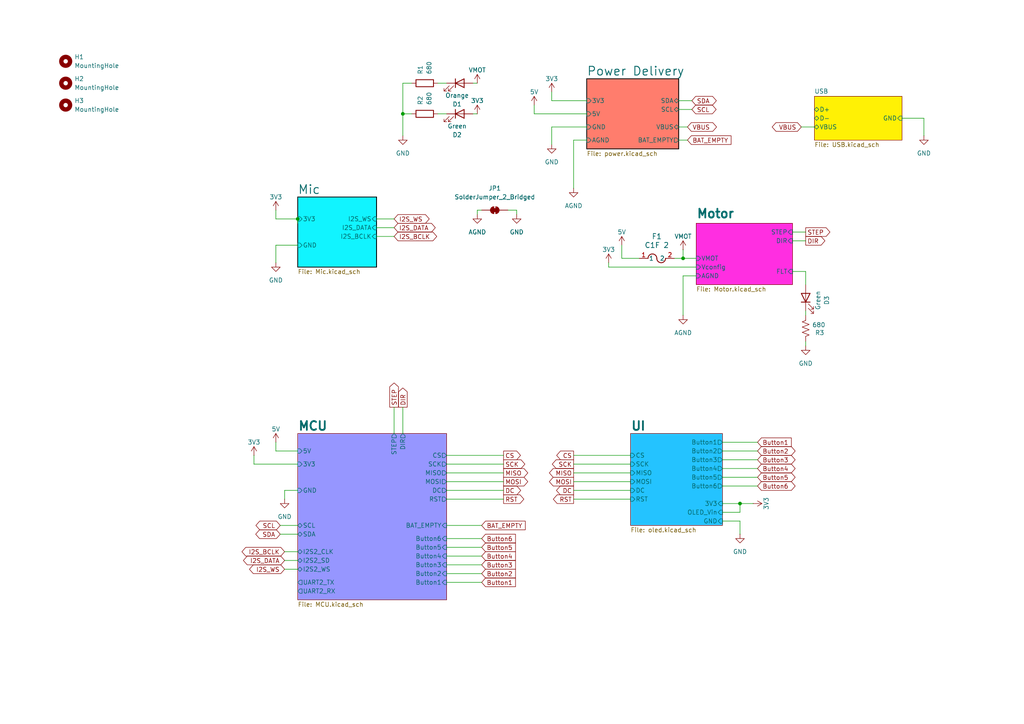
<source format=kicad_sch>
(kicad_sch (version 20231120) (generator "eeschema") (generator_version "8.0")
  (paper "A4")
  (lib_symbols
    (symbol "GT_LIbrary:C1F_2" (pin_names (offset 0.254))
      (property "Reference" "U" (at 5.08 3.175 0))
      (property "Value" "C1F 2" (at 5.08 -3.175 0))
      (symbol "C1F_2_0_1"
        (arc (start 5.08 0) (mid 3.81 1.2645) (end 2.54 0) (stroke (width 0.254)))
        (arc (start 5.08 0) (mid 6.35 -1.2645) (end 7.62 0) (stroke (width 0.254)))
        (pin unspecified line (at 0 0 0) (length 2.54) (name "1") (number "1"))
        (pin unspecified line (at 10.16 0 180) (length 2.54) (name "2") (number "2"))
      )
    )
    (symbol "GT_LIbrary:GND" (power) (pin_numbers hide) (pin_names (offset 0) hide)
      (property "Value" "GND" (at 0 -3.81 0))
      (symbol "GND_0_1"
        (polyline (pts (xy 0 0) (xy 0 -1.27) (xy 1.27 -1.27) (xy 0 -2.54) (xy -1.27 -1.27) (xy 0 -1.27)))
      )
      (symbol "GND_1_1"
        (pin power_in line (at 0 0 270) (length 0) (name "~") (number "1"))
      )
    )
    (symbol "GT_LIbrary:LED" (pin_numbers hide) (pin_names (offset 1.016) hide)
      (property "Reference" "D" (at 0 2.54 0))
      (property "Value" "LED" (at 0 -2.54 0))
      (symbol "LED_0_1"
        (polyline (pts (xy -1.27 -1.27) (xy -1.27 1.27)) (stroke (width 0.254)))
        (polyline (pts (xy -1.27 0) (xy 1.27 0)))
        (polyline (pts (xy 1.27 -1.27) (xy 1.27 1.27) (xy -1.27 0) (xy 1.27 -1.27)) (stroke (width 0.254)))
        (polyline (pts (xy -3.048 -0.762) (xy -4.572 -2.286) (xy -3.81 -2.286) (xy -4.572 -2.286) (xy -4.572 -1.524)))
        (polyline (pts (xy -1.778 -0.762) (xy -3.302 -2.286) (xy -2.54 -2.286) (xy -3.302 -2.286) (xy -3.302 -1.524)))
      )
      (symbol "LED_1_1"
        (pin passive line (at -3.81 0 0) (length 2.54) (name "K") (number "1"))
        (pin passive line (at 3.81 0 180) (length 2.54) (name "A") (number "2"))
      )
    )
    (symbol "GT_LIbrary:MountingHole" (pin_names (offset 1.016)) (exclude_from_sim yes) (in_bom no)
      (property "Reference" "H" (at 0 5.08 0))
      (property "Value" "MountingHole" (at 0 3.175 0))
      (symbol "MountingHole_0_1"
        (circle (center 0 0) (radius 1.27) (stroke (width 1.27)))
      )
    )
    (symbol "GT_LIbrary:R" (pin_numbers hide) (pin_names (offset 0))
      (property "Reference" "R" (at 2.032 0 90))
      (property "Value" "R" (at 0 0 90))
      (symbol "R_0_1"
        (rectangle (start -1.016 -2.54) (end 1.016 2.54) (stroke (width 0.254)))
      )
      (symbol "R_1_1"
        (pin passive line (at 0 3.81 270) (length 1.27) (name "~") (number "1"))
        (pin passive line (at 0 -3.81 90) (length 1.27) (name "~") (number "2"))
      )
    )
    (symbol "GT_LIbrary:R_US" (pin_numbers hide) (pin_names (offset 0))
      (property "Reference" "R" (at 2.54 0 90))
      (property "Value" "R_US" (at -2.54 0 90))
      (symbol "R_US_0_1"
        (polyline (pts (xy 0 -2.286) (xy 0 -2.54)))
        (polyline (pts (xy 0 2.286) (xy 0 2.54)))
        (polyline (pts (xy 0 -0.762) (xy 1.016 -1.143) (xy 0 -1.524) (xy -1.016 -1.905) (xy 0 -2.286)))
        (polyline (pts (xy 0 0.762) (xy 1.016 0.381) (xy 0 0) (xy -1.016 -0.381) (xy 0 -0.762)))
        (polyline (pts (xy 0 2.286) (xy 1.016 1.905) (xy 0 1.524) (xy -1.016 1.143) (xy 0 0.762)))
      )
      (symbol "R_US_1_1"
        (pin passive line (at 0 3.81 270) (length 1.27) (name "~") (number "1"))
        (pin passive line (at 0 -3.81 90) (length 1.27) (name "~") (number "2"))
      )
    )
    (symbol "GT_LIbrary:SolderJumper_2_Bridged" (pin_numbers hide) (pin_names (offset 0) hide) (exclude_from_sim yes) (in_bom no)
      (property "Reference" "JP" (at 0 2.032 0))
      (property "Value" "SolderJumper_2_Bridged" (at 0 -2.54 0))
      (symbol "SolderJumper_2_Bridged_0_1"
        (rectangle (start -0.508 0.508) (end 0.508 -0.508) (fill (type outline)))
        (arc (start -0.254 1.016) (mid -1.2656 0) (end -0.254 -1.016))
        (arc (start -0.254 1.016) (mid -1.2656 0) (end -0.254 -1.016) (fill (type outline)))
        (polyline (pts (xy -0.254 1.016) (xy -0.254 -1.016)))
        (polyline (pts (xy 0.254 1.016) (xy 0.254 -1.016)))
        (arc (start 0.254 -1.016) (mid 1.2656 0) (end 0.254 1.016))
        (arc (start 0.254 -1.016) (mid 1.2656 0) (end 0.254 1.016) (fill (type outline)))
      )
      (symbol "SolderJumper_2_Bridged_1_1"
        (pin passive line (at -3.81 0 0) (length 2.54) (name "A") (number "1"))
        (pin passive line (at 3.81 0 180) (length 2.54) (name "B") (number "2"))
      )
    )
    (symbol "GT_LIbrary:VCC" (power) (pin_numbers hide) (pin_names (offset 0) hide)
      (property "Value" "VCC" (at 0 3.556 0))
      (symbol "VCC_0_1"
        (polyline (pts (xy -0.762 1.27) (xy 0 2.54)))
        (polyline (pts (xy 0 0) (xy 0 2.54)))
        (polyline (pts (xy 0 2.54) (xy 0.762 1.27)))
      )
      (symbol "VCC_1_1"
        (pin power_in line (at 0 0 90) (length 0) (name "~") (number "1"))
      )
    )
  )
  (junction (at 86.36 63.5))
  (junction (at 116.84 33.02))
  (junction (at 214.63 146.05))
  (junction (at 198.12 74.93))
  (wire (pts (xy 200.66 31.75) (xy 196.85 31.75)))
  (wire (pts (xy 198.12 72.39) (xy 198.12 74.93)))
  (wire (pts (xy 149.86 60.96) (xy 147.32 60.96)))
  (wire (pts (xy 129.54 163.83) (xy 139.7 163.83)))
  (wire (pts (xy 160.02 36.83) (xy 170.18 36.83)))
  (wire (pts (xy 209.55 133.35) (xy 219.71 133.35)))
  (wire (pts (xy 109.22 68.58) (xy 114.3 68.58)))
  (wire (pts (xy 214.63 151.13) (xy 209.55 151.13)))
  (wire (pts (xy 214.63 148.59) (xy 214.63 146.05)))
  (wire (pts (xy 198.12 80.01) (xy 198.12 91.44)))
  (wire (pts (xy 129.54 139.7) (xy 146.05 139.7)))
  (wire (pts (xy 160.02 36.83) (xy 160.02 41.91)))
  (wire (pts (xy 185.42 74.93) (xy 180.34 74.93)))
  (wire (pts (xy 73.66 134.62) (xy 73.66 132.08)))
  (wire (pts (xy 214.63 146.05) (xy 218.44 146.05)))
  (wire (pts (xy 233.68 69.85) (xy 229.87 69.85)))
  (wire (pts (xy 137.16 24.13) (xy 138.43 24.13)))
  (wire (pts (xy 182.88 137.16) (xy 166.37 137.16)))
  (wire (pts (xy 182.88 134.62) (xy 166.37 134.62)))
  (wire (pts (xy 214.63 154.94) (xy 214.63 151.13)))
  (wire (pts (xy 182.88 139.7) (xy 166.37 139.7)))
  (wire (pts (xy 137.16 33.02) (xy 138.43 33.02)))
  (wire (pts (xy 209.55 148.59) (xy 214.63 148.59)))
  (wire (pts (xy 129.54 158.75) (xy 139.7 158.75)))
  (wire (pts (xy 198.12 74.93) (xy 201.93 74.93)))
  (wire (pts (xy 232.41 36.83) (xy 236.22 36.83)))
  (wire (pts (xy 116.84 118.11) (xy 116.84 125.73)))
  (wire (pts (xy 119.38 33.02) (xy 116.84 33.02)))
  (wire (pts (xy 80.01 60.96) (xy 80.01 63.5)))
  (wire (pts (xy 229.87 78.74) (xy 233.68 78.74)))
  (wire (pts (xy 233.68 99.06) (xy 233.68 100.33)))
  (wire (pts (xy 80.01 130.81) (xy 80.01 128.27)))
  (wire (pts (xy 80.01 63.5) (xy 86.36 63.5)))
  (wire (pts (xy 233.68 78.74) (xy 233.68 82.55)))
  (wire (pts (xy 160.02 29.21) (xy 170.18 29.21)))
  (wire (pts (xy 209.55 146.05) (xy 214.63 146.05)))
  (wire (pts (xy 129.54 134.62) (xy 146.05 134.62)))
  (wire (pts (xy 233.68 90.17) (xy 233.68 91.44)))
  (wire (pts (xy 86.36 142.24) (xy 82.55 142.24)))
  (wire (pts (xy 82.55 160.02) (xy 86.36 160.02)))
  (wire (pts (xy 82.55 162.56) (xy 86.36 162.56)))
  (wire (pts (xy 109.22 66.04) (xy 114.3 66.04)))
  (wire (pts (xy 195.58 74.93) (xy 198.12 74.93)))
  (wire (pts (xy 86.36 134.62) (xy 73.66 134.62)))
  (wire (pts (xy 86.36 71.12) (xy 80.01 71.12)))
  (wire (pts (xy 267.97 34.29) (xy 267.97 39.37)))
  (wire (pts (xy 129.54 161.29) (xy 139.7 161.29)))
  (wire (pts (xy 160.02 26.67) (xy 160.02 29.21)))
  (wire (pts (xy 182.88 132.08) (xy 166.37 132.08)))
  (wire (pts (xy 166.37 40.64) (xy 170.18 40.64)))
  (wire (pts (xy 81.28 152.4) (xy 86.36 152.4)))
  (wire (pts (xy 233.68 67.31) (xy 229.87 67.31)))
  (wire (pts (xy 199.39 36.83) (xy 196.85 36.83)))
  (wire (pts (xy 129.54 132.08) (xy 146.05 132.08)))
  (wire (pts (xy 201.93 77.47) (xy 176.53 77.47)))
  (wire (pts (xy 129.54 142.24) (xy 146.05 142.24)))
  (wire (pts (xy 199.39 40.64) (xy 196.85 40.64)))
  (wire (pts (xy 129.54 156.21) (xy 139.7 156.21)))
  (wire (pts (xy 209.55 130.81) (xy 219.71 130.81)))
  (wire (pts (xy 200.66 29.21) (xy 196.85 29.21)))
  (wire (pts (xy 201.93 80.01) (xy 198.12 80.01)))
  (wire (pts (xy 129.54 137.16) (xy 146.05 137.16)))
  (wire (pts (xy 116.84 24.13) (xy 116.84 33.02)))
  (wire (pts (xy 82.55 165.1) (xy 86.36 165.1)))
  (wire (pts (xy 86.36 130.81) (xy 80.01 130.81)))
  (wire (pts (xy 129.54 168.91) (xy 139.7 168.91)))
  (wire (pts (xy 154.94 33.02) (xy 170.18 33.02)))
  (wire (pts (xy 176.53 77.47) (xy 176.53 76.2)))
  (wire (pts (xy 129.54 152.4) (xy 139.7 152.4)))
  (wire (pts (xy 209.55 138.43) (xy 219.71 138.43)))
  (wire (pts (xy 149.86 62.23) (xy 149.86 60.96)))
  (wire (pts (xy 209.55 140.97) (xy 219.71 140.97)))
  (wire (pts (xy 81.28 154.94) (xy 86.36 154.94)))
  (wire (pts (xy 114.3 118.11) (xy 114.3 125.73)))
  (wire (pts (xy 166.37 40.64) (xy 166.37 54.61)))
  (wire (pts (xy 154.94 33.02) (xy 154.94 30.48)))
  (wire (pts (xy 80.01 71.12) (xy 80.01 76.2)))
  (wire (pts (xy 129.54 33.02) (xy 127 33.02)))
  (wire (pts (xy 182.88 142.24) (xy 166.37 142.24)))
  (wire (pts (xy 109.22 63.5) (xy 114.3 63.5)))
  (wire (pts (xy 209.55 135.89) (xy 219.71 135.89)))
  (wire (pts (xy 138.43 60.96) (xy 138.43 62.23)))
  (wire (pts (xy 182.88 144.78) (xy 166.37 144.78)))
  (wire (pts (xy 180.34 74.93) (xy 180.34 71.12)))
  (wire (pts (xy 139.7 60.96) (xy 138.43 60.96)))
  (wire (pts (xy 82.55 142.24) (xy 82.55 144.78)))
  (wire (pts (xy 119.38 24.13) (xy 116.84 24.13)))
  (wire (pts (xy 261.62 34.29) (xy 267.97 34.29)))
  (wire (pts (xy 86.36 63.5) (xy 86.36 64.77)))
  (wire (pts (xy 129.54 144.78) (xy 146.05 144.78)))
  (wire (pts (xy 209.55 128.27) (xy 219.71 128.27)))
  (wire (pts (xy 129.54 166.37) (xy 139.7 166.37)))
  (wire (pts (xy 129.54 24.13) (xy 127 24.13)))
  (wire (pts (xy 116.84 33.02) (xy 116.84 39.37)))
  (global_label "Button3" (shape input) (at 139.7 163.83 0) (property "Intersheetrefs" "${INTERSHEET_REFS}" (effects (hide yes))))
  (global_label "I2S_WS" (shape bidirectional) (at 114.3 63.5 0) (property "Intersheetrefs" "${INTERSHEET_REFS}" (effects (hide yes))))
  (global_label "SCK" (shape output) (at 166.37 134.62 180) (property "Intersheetrefs" "${INTERSHEET_REFS}" (effects (hide yes))))
  (global_label "I2S_DATA" (shape bidirectional) (at 114.3 66.04 0) (property "Intersheetrefs" "${INTERSHEET_REFS}" (effects (hide yes))))
  (global_label "VBUS" (shape bidirectional) (at 199.39 36.83 0) (property "Intersheetrefs" "${INTERSHEET_REFS}" (effects (hide yes))))
  (global_label "RST" (shape output) (at 166.37 144.78 180) (property "Intersheetrefs" "${INTERSHEET_REFS}" (effects (hide yes))))
  (global_label "SCL" (shape bidirectional) (at 81.28 152.4 180) (property "Intersheetrefs" "${INTERSHEET_REFS}" (effects (hide yes))))
  (global_label "STEP" (shape output) (at 233.68 67.31 0) (property "Intersheetrefs" "${INTERSHEET_REFS}" (effects (hide yes))))
  (global_label "SDA" (shape bidirectional) (at 200.66 29.21 0) (property "Intersheetrefs" "${INTERSHEET_REFS}" (effects (hide yes))))
  (global_label "CS" (shape output) (at 146.05 132.08 0) (property "Intersheetrefs" "${INTERSHEET_REFS}" (effects (hide yes))))
  (global_label "CS" (shape output) (at 166.37 132.08 180) (property "Intersheetrefs" "${INTERSHEET_REFS}" (effects (hide yes))))
  (global_label "Button6" (shape bidirectional) (at 219.71 140.97 0) (property "Intersheetrefs" "${INTERSHEET_REFS}" (effects (hide yes))))
  (global_label "MISO" (shape output) (at 146.05 137.16 0) (property "Intersheetrefs" "${INTERSHEET_REFS}" (effects (hide yes))))
  (global_label "I2S_DATA" (shape bidirectional) (at 82.55 162.56 180) (property "Intersheetrefs" "${INTERSHEET_REFS}" (effects (hide yes))))
  (global_label "Button3" (shape bidirectional) (at 219.71 133.35 0) (property "Intersheetrefs" "${INTERSHEET_REFS}" (effects (hide yes))))
  (global_label "I2S_WS" (shape bidirectional) (at 82.55 165.1 180) (property "Intersheetrefs" "${INTERSHEET_REFS}" (effects (hide yes))))
  (global_label "Button5" (shape bidirectional) (at 219.71 138.43 0) (property "Intersheetrefs" "${INTERSHEET_REFS}" (effects (hide yes))))
  (global_label "Button2" (shape bidirectional) (at 219.71 130.81 0) (property "Intersheetrefs" "${INTERSHEET_REFS}" (effects (hide yes))))
  (global_label "Button5" (shape input) (at 139.7 158.75 0) (property "Intersheetrefs" "${INTERSHEET_REFS}" (effects (hide yes))))
  (global_label "DIR" (shape output) (at 116.84 118.11 90) (property "Intersheetrefs" "${INTERSHEET_REFS}" (effects (hide yes))))
  (global_label "DC" (shape output) (at 146.05 142.24 0) (property "Intersheetrefs" "${INTERSHEET_REFS}" (effects (hide yes))))
  (global_label "VBUS" (shape bidirectional) (at 232.41 36.83 180) (property "Intersheetrefs" "${INTERSHEET_REFS}" (effects (hide yes))))
  (global_label "I2S_BCLK" (shape bidirectional) (at 82.55 160.02 180) (property "Intersheetrefs" "${INTERSHEET_REFS}" (effects (hide yes))))
  (global_label "Button4" (shape bidirectional) (at 219.71 135.89 0) (property "Intersheetrefs" "${INTERSHEET_REFS}" (effects (hide yes))))
  (global_label "DIR" (shape output) (at 233.68 69.85 0) (property "Intersheetrefs" "${INTERSHEET_REFS}" (effects (hide yes))))
  (global_label "Button1" (shape input) (at 219.71 128.27 0) (property "Intersheetrefs" "${INTERSHEET_REFS}" (effects (hide yes))))
  (global_label "Button6" (shape input) (at 139.7 156.21 0) (property "Intersheetrefs" "${INTERSHEET_REFS}" (effects (hide yes))))
  (global_label "MISO" (shape output) (at 166.37 137.16 180) (property "Intersheetrefs" "${INTERSHEET_REFS}" (effects (hide yes))))
  (global_label "BAT_EMPTY" (shape input) (at 139.7 152.4 0) (property "Intersheetrefs" "${INTERSHEET_REFS}" (effects (hide yes))))
  (global_label "SCK" (shape output) (at 146.05 134.62 0) (property "Intersheetrefs" "${INTERSHEET_REFS}" (effects (hide yes))))
  (global_label "Button1" (shape input) (at 139.7 168.91 0) (property "Intersheetrefs" "${INTERSHEET_REFS}" (effects (hide yes))))
  (global_label "Button4" (shape input) (at 139.7 161.29 0) (property "Intersheetrefs" "${INTERSHEET_REFS}" (effects (hide yes))))
  (global_label "BAT_EMPTY" (shape input) (at 199.39 40.64 0) (property "Intersheetrefs" "${INTERSHEET_REFS}" (effects (hide yes))))
  (global_label "MOSI" (shape output) (at 146.05 139.7 0) (property "Intersheetrefs" "${INTERSHEET_REFS}" (effects (hide yes))))
  (global_label "MOSI" (shape output) (at 166.37 139.7 180) (property "Intersheetrefs" "${INTERSHEET_REFS}" (effects (hide yes))))
  (global_label "STEP" (shape output) (at 114.3 118.11 90) (property "Intersheetrefs" "${INTERSHEET_REFS}" (effects (hide yes))))
  (global_label "DC" (shape output) (at 166.37 142.24 180) (property "Intersheetrefs" "${INTERSHEET_REFS}" (effects (hide yes))))
  (global_label "RST" (shape output) (at 146.05 144.78 0) (property "Intersheetrefs" "${INTERSHEET_REFS}" (effects (hide yes))))
  (global_label "I2S_BCLK" (shape bidirectional) (at 114.3 68.58 0) (property "Intersheetrefs" "${INTERSHEET_REFS}" (effects (hide yes))))
  (global_label "SCL" (shape bidirectional) (at 200.66 31.75 0) (property "Intersheetrefs" "${INTERSHEET_REFS}" (effects (hide yes))))
  (global_label "SDA" (shape bidirectional) (at 81.28 154.94 180) (property "Intersheetrefs" "${INTERSHEET_REFS}" (effects (hide yes))))
  (global_label "Button2" (shape input) (at 139.7 166.37 0) (property "Intersheetrefs" "${INTERSHEET_REFS}" (effects (hide yes))))
  (symbol (lib_id "GT_LIbrary:GND") (at 82.55 144.78 0) (unit 1)
    (property "Reference" "#PWR05" (effects (hide yes)))
    (property "Value" "GND" (at 82.55 149.86 0))
    (property "Description" "Power symbol creates a global label with name \"GND\" , ground" (effects (hide yes)))
  )
  (symbol (lib_id "GT_LIbrary:GND") (at 149.86 62.23 0) (unit 1)
    (property "Reference" "#PWR010" (effects (hide yes)))
    (property "Value" "GND" (at 149.86 67.31 0))
    (property "Description" "Power symbol creates a global label with name \"GND\" , ground" (effects (hide yes)))
  )
  (symbol (lib_id "GT_LIbrary:VCC") (at 154.94 30.48 0) (unit 1)
    (property "Reference" "#PWR011" (effects (hide yes)))
    (property "Value" "5V" (at 154.94 26.67 0))
    (property "Description" "Power symbol creates a global label with name \"VCC\"" (effects (hide yes)))
  )
  (symbol (lib_id "GT_LIbrary:R") (at 123.19 24.13 90) (unit 1)
    (property "Reference" "R1" (at 121.9199 21.59 0) (effects (justify left)))
    (property "Value" "680" (at 124.4599 21.59 0) (effects (justify left)))
    (property "Footprint" "Resistor_SMD:R_0805_2012Metric" (effects (hide yes)))
    (property "Description" "Resistor" (effects (hide yes)))
  )
  (symbol (lib_id "GT_LIbrary:C1F_2") (at 185.42 74.93 0) (unit 1)
    (property "Reference" "F1" (at 190.5 68.58 0) (effects (font (size 1.524 1.524))))
    (property "Value" "C1F 2" (at 190.5 71.12 0) (effects (font (size 1.524 1.524))))
    (property "Footprint" "C1_BEL" (effects (hide yes)))
    (property "Datasheet" "C1F 2" (effects (hide yes)))
    (property "MFP" "C1F 2 (CA0612KRX7R7BB104)" (effects (hide yes)))
  )
  (symbol (lib_id "GT_LIbrary:VCC") (at 73.66 132.08 0) (unit 1)
    (property "Reference" "#PWR01" (effects (hide yes)))
    (property "Value" "3V3" (at 73.66 128.27 0))
    (property "Description" "Power symbol creates a global label with name \"VCC\"" (effects (hide yes)))
  )
  (symbol (lib_id "GT_LIbrary:GND") (at 160.02 41.91 0) (unit 1)
    (property "Reference" "#PWR013" (effects (hide yes)))
    (property "Value" "GND" (at 160.02 46.99 0))
    (property "Description" "Power symbol creates a global label with name \"GND\" , ground" (effects (hide yes)))
  )
  (symbol (lib_id "GT_LIbrary:SolderJumper_2_Bridged") (at 143.51 60.96 0) (unit 1) (exclude_from_sim yes) (in_bom no)
    (property "Reference" "JP1" (at 143.51 54.61 0))
    (property "Value" "SolderJumper_2_Bridged" (at 143.51 57.15 0))
    (property "Footprint" "Jumper:SolderJumper-2_P1.3mm_Bridged2Bar_RoundedPad1.0x1.5mm" (effects (hide yes)))
    (property "Description" "Solder Jumper, 2-pole, closed/bridged" (effects (hide yes)))
    (property "MFP" "N/A" (effects (hide yes)))
  )
  (symbol (lib_id "GT_LIbrary:VCC") (at 80.01 128.27 0) (unit 1)
    (property "Reference" "#PWR04" (effects (hide yes)))
    (property "Value" "5V" (at 80.01 124.46 0))
    (property "Description" "Power symbol creates a global label with name \"VCC\"" (effects (hide yes)))
  )
  (symbol (lib_id "GT_LIbrary:GND") (at 233.68 100.33 0) (unit 1)
    (property "Reference" "#PWR021" (effects (hide yes)))
    (property "Value" "GND" (at 233.68 105.41 0))
    (property "Description" "Power symbol creates a global label with name \"GND\" , ground" (effects (hide yes)))
  )
  (symbol (lib_id "GT_LIbrary:LED") (at 133.35 24.13 0) (unit 1)
    (property "Reference" "D1" (at 132.588 30.226 0))
    (property "Value" "Orange" (at 132.588 27.686 0))
    (property "Footprint" "LED_0805_2012Metric_Pad1.15x1.40mm_HandSolder" (effects (hide yes)))
    (property "Description" "Light emitting diode" (effects (hide yes)))
  )
  (symbol (lib_id "GT_LIbrary:LED") (at 233.68 86.36 90) (unit 1)
    (property "Reference" "D3" (at 239.776 87.122 0))
    (property "Value" "Green" (at 237.236 87.122 0))
    (property "Footprint" "LED_0805_2012Metric_Pad1.15x1.40mm_HandSolder" (effects (hide yes)))
    (property "Description" "Light emitting diode" (effects (hide yes)))
  )
  (symbol (lib_id "GT_LIbrary:LED") (at 133.35 33.02 0) (unit 1)
    (property "Reference" "D2" (at 132.588 39.116 0))
    (property "Value" "Green" (at 132.588 36.576 0))
    (property "Footprint" "LED_0805_2012Metric_Pad1.15x1.40mm_HandSolder" (effects (hide yes)))
    (property "Description" "Light emitting diode" (effects (hide yes)))
  )
  (symbol (lib_id "GT_LIbrary:R") (at 123.19 33.02 90) (unit 1)
    (property "Reference" "R2" (at 121.9199 30.48 0) (effects (justify left)))
    (property "Value" "680" (at 124.4599 30.48 0) (effects (justify left)))
    (property "Footprint" "Resistor_SMD:R_0805_2012Metric" (effects (hide yes)))
    (property "Description" "Resistor" (effects (hide yes)))
  )
  (symbol (lib_id "GT_LIbrary:MountingHole") (at 19.05 30.48 0) (unit 1) (exclude_from_sim yes) (in_bom no)
    (property "Reference" "H3" (at 21.59 29.2099 0) (effects (justify left)))
    (property "Value" "MountingHole" (at 21.59 31.7499 0) (effects (justify left)))
    (property "Footprint" "MountingHole:MountingHole_2.2mm_M2_DIN965_Pad_TopOnly" (effects (hide yes)))
    (property "Description" "Mounting Hole without connection" (effects (hide yes)))
    (property "MFP" "N/A" (effects (hide yes)))
  )
  (symbol (lib_id "GT_LIbrary:VCC") (at 176.53 76.2 0) (unit 1)
    (property "Reference" "#PWR015" (effects (hide yes)))
    (property "Value" "3V3" (at 176.53 72.39 0))
    (property "Description" "Power symbol creates a global label with name \"VCC\"" (effects (hide yes)))
  )
  (symbol (lib_id "GT_LIbrary:GND") (at 214.63 154.94 0) (unit 1)
    (property "Reference" "#PWR019" (effects (hide yes)))
    (property "Value" "GND" (at 214.63 160.02 0))
    (property "Description" "Power symbol creates a global label with name \"GND\" , ground" (effects (hide yes)))
  )
  (symbol (lib_id "GT_LIbrary:VCC") (at 138.43 33.02 0) (unit 1)
    (property "Reference" "#PWR08" (effects (hide yes)))
    (property "Value" "3V3" (at 138.43 29.21 0))
    (property "Description" "Power symbol creates a global label with name \"VCC\"" (effects (hide yes)))
  )
  (symbol (lib_id "GT_LIbrary:MountingHole") (at 19.05 17.78 0) (unit 1) (exclude_from_sim yes) (in_bom no)
    (property "Reference" "H1" (at 21.59 16.5099 0) (effects (justify left)))
    (property "Value" "MountingHole" (at 21.59 19.0499 0) (effects (justify left)))
    (property "Footprint" "MountingHole:MountingHole_2.2mm_M2_DIN965_Pad_TopOnly" (effects (hide yes)))
    (property "Description" "Mounting Hole without connection" (effects (hide yes)))
    (property "MFP" "N/A" (effects (hide yes)))
  )
  (symbol (lib_id "GT_LIbrary:VCC") (at 180.34 71.12 0) (unit 1)
    (property "Reference" "#PWR016" (effects (hide yes)))
    (property "Value" "5V" (at 180.34 67.31 0))
    (property "Description" "Power symbol creates a global label with name \"VCC\"" (effects (hide yes)))
  )
  (symbol (lib_id "GT_LIbrary:GND") (at 267.97 39.37 0) (unit 1)
    (property "Reference" "#PWR026" (effects (hide yes)))
    (property "Value" "GND" (at 267.97 44.45 0))
    (property "Description" "Power symbol creates a global label with name \"GND\" , ground" (effects (hide yes)))
  )
  (symbol (lib_id "GT_LIbrary:R_US") (at 233.68 95.25 0) (mirror y) (unit 1)
    (property "Reference" "R3" (at 237.744 96.52 0))
    (property "Value" "680" (at 237.49 94.234 0))
    (property "Footprint" "Resistor_SMD:R_0805_2012Metric" (effects (hide yes)))
    (property "Description" "Resistor, US symbol" (effects (hide yes)))
  )
  (symbol (lib_id "GT_LIbrary:GND") (at 116.84 39.37 0) (unit 1)
    (property "Reference" "#PWR06" (effects (hide yes)))
    (property "Value" "GND" (at 116.84 44.45 0))
    (property "Description" "Power symbol creates a global label with name \"GND\" , ground" (effects (hide yes)))
  )
  (symbol (lib_id "GT_LIbrary:VCC") (at 218.44 146.05 270) (unit 1)
    (property "Reference" "#PWR020" (effects (hide yes)))
    (property "Value" "3V3" (at 222.25 146.05 0))
    (property "Description" "Power symbol creates a global label with name \"VCC\"" (effects (hide yes)))
  )
  (symbol (lib_id "GT_LIbrary:MountingHole") (at 19.05 24.13 0) (unit 1) (exclude_from_sim yes) (in_bom no)
    (property "Reference" "H2" (at 21.59 22.8599 0) (effects (justify left)))
    (property "Value" "MountingHole" (at 21.59 25.3999 0) (effects (justify left)))
    (property "Footprint" "MountingHole:MountingHole_2.2mm_M2_DIN965_Pad_TopOnly" (effects (hide yes)))
    (property "Description" "Mounting Hole without connection" (effects (hide yes)))
    (property "MFP" "N/A" (effects (hide yes)))
  )
  (symbol (lib_id "GT_LIbrary:GND") (at 198.12 91.44 0) (unit 1)
    (property "Reference" "#PWR018" (effects (hide yes)))
    (property "Value" "AGND" (at 198.12 96.52 0))
    (property "Description" "Power symbol creates a global label with name \"GND\" , ground" (effects (hide yes)))
  )
  (symbol (lib_id "GT_LIbrary:VCC") (at 138.43 24.13 0) (unit 1)
    (property "Reference" "#PWR07" (effects (hide yes)))
    (property "Value" "VMOT" (at 138.43 20.32 0))
    (property "Description" "Power symbol creates a global label with name \"VCC\"" (effects (hide yes)))
  )
  (symbol (lib_id "GT_LIbrary:GND") (at 166.37 54.61 0) (unit 1)
    (property "Reference" "#PWR014" (effects (hide yes)))
    (property "Value" "AGND" (at 166.37 59.69 0))
    (property "Description" "Power symbol creates a global label with name \"GND\" , ground" (effects (hide yes)))
  )
  (symbol (lib_id "GT_LIbrary:GND") (at 138.43 62.23 0) (unit 1)
    (property "Reference" "#PWR09" (effects (hide yes)))
    (property "Value" "AGND" (at 138.43 67.31 0))
    (property "Description" "Power symbol creates a global label with name \"GND\" , ground" (effects (hide yes)))
  )
  (symbol (lib_id "GT_LIbrary:GND") (at 80.01 76.2 0) (unit 1)
    (property "Reference" "#PWR03" (effects (hide yes)))
    (property "Value" "GND" (at 80.01 81.28 0))
    (property "Description" "Power symbol creates a global label with name \"GND\" , ground" (effects (hide yes)))
  )
  (symbol (lib_id "GT_LIbrary:VCC") (at 80.01 60.96 0) (unit 1)
    (property "Reference" "#PWR02" (effects (hide yes)))
    (property "Value" "3V3" (at 80.01 57.15 0))
    (property "Description" "Power symbol creates a global label with name \"VCC\"" (effects (hide yes)))
  )
  (symbol (lib_id "GT_LIbrary:VCC") (at 198.12 72.39 0) (unit 1)
    (property "Reference" "#PWR017" (effects (hide yes)))
    (property "Value" "VMOT" (at 198.12 68.58 0))
    (property "Description" "Power symbol creates a global label with name \"VCC\"" (effects (hide yes)))
  )
  (symbol (lib_id "GT_LIbrary:VCC") (at 160.02 26.67 0) (unit 1)
    (property "Reference" "#PWR012" (effects (hide yes)))
    (property "Value" "3V3" (at 160.02 22.86 0))
    (property "Description" "Power symbol creates a global label with name \"VCC\"" (effects (hide yes)))
  )
  (sheet (at 236.22 27.94) (size 25.4 12.7) (stroke (width 0.1524)) (fill (color 255 241 5 1.0000))
    (property "Sheetname" "USB" (at 236.22 27.2284 0) (effects (justify left bottom)))
    (property "Sheetfile" "USB.kicad_sch" (at 236.22 41.2246 0) (effects (justify left top)))
    (pin "VBUS" bidirectional (at 236.22 36.83 180))
    (pin "D-" bidirectional (at 236.22 34.29 180))
    (pin "D+" bidirectional (at 236.22 31.75 180))
    (pin "GND" input (at 261.62 34.29 0))
  )
  (sheet (at 182.88 125.73) (size 26.67 26.67) (stroke (width 0.1524)) (fill (color 36 195 255 1.0000))
    (property "Sheetname" "UI" (at 182.88 125.0184 0) (effects (font (size 2.54 2.54) (thickness 0.508) (bold yes)) (justify left bottom)))
    (property "Sheetfile" "oled.kicad_sch" (at 182.88 152.9846 0) (effects (justify left top)))
    (pin "Button6" output (at 209.55 140.97 0))
    (pin "Button5" output (at 209.55 138.43 0))
    (pin "Button1" output (at 209.55 128.27 0))
    (pin "MISO" input (at 182.88 137.16 180))
    (pin "MOSI" input (at 182.88 139.7 180))
    (pin "RST" input (at 182.88 144.78 180))
    (pin "DC" input (at 182.88 142.24 180))
    (pin "SCK" input (at 182.88 134.62 180))
    (pin "GND" input (at 209.55 151.13 0))
    (pin "3V3" input (at 209.55 146.05 0))
    (pin "CS" input (at 182.88 132.08 180))
    (pin "Button2" output (at 209.55 130.81 0))
    (pin "Button3" output (at 209.55 133.35 0))
    (pin "Button4" output (at 209.55 135.89 0))
    (pin "OLED_Vin" input (at 209.55 148.59 0))
  )
  (sheet (at 201.93 64.77) (size 27.94 17.78) (stroke (width 0.1524)) (fill (color 255 46 225 1.0000))
    (property "Sheetname" "Motor" (at 201.93 63.4234 0) (effects (font (size 2.54 2.54) (thickness 0.508) (bold yes)) (justify left bottom)))
    (property "Sheetfile" "Motor.kicad_sch" (at 201.93 83.1346 0) (effects (justify left top)))
    (pin "STEP" input (at 229.87 67.31 0))
    (pin "DIR" input (at 229.87 69.85 0))
    (pin "VMOT" input (at 201.93 74.93 180))
    (pin "AGND" input (at 201.93 80.01 180))
    (pin "Vconfig" input (at 201.93 77.47 180))
    (pin "FLT" input (at 229.87 78.74 0))
  )
  (sheet (at 86.36 57.15) (size 22.86 20.32) (stroke (width 0.254) (color 0 0 0 1)) (fill (color 17 244 255 1.0000))
    (property "Sheetname" "Mic" (at 86.36 56.4384 0) (effects (font (size 2.54 2.54) (thickness 0.254) (bold yes)) (justify left bottom)))
    (property "Sheetfile" "Mic.kicad_sch" (at 86.36 78.0546 0) (effects (justify left top)))
    (pin "I2S_WS" input (at 109.22 63.5 0))
    (pin "I2S_DATA" input (at 109.22 66.04 0))
    (pin "I2S_BCLK" input (at 109.22 68.58 0))
    (pin "GND" input (at 86.36 71.12 180))
    (pin "3V3" input (at 86.36 63.5 180))
  )
  (sheet (at 170.18 22.86) (size 26.67 20.32) (stroke (width 0.254) (color 0 0 0 1)) (fill (color 255 125 109 1.0000))
    (property "Sheetname" "Power Delivery" (at 170.18 22.0976 0) (effects (font (size 2.54 2.54) (thickness 0.254) (bold yes)) (justify left bottom)))
    (property "Sheetfile" "power.kicad_sch" (at 170.18 43.8154 0) (effects (justify left top)))
    (pin "SDA" bidirectional (at 196.85 29.21 0))
    (pin "SCL" bidirectional (at 196.85 31.75 0))
    (pin "3V3" input (at 170.18 29.21 180))
    (pin "GND" input (at 170.18 36.83 180))
    (pin "5V" input (at 170.18 33.02 180))
    (pin "VBUS" bidirectional (at 196.85 36.83 0))
    (pin "AGND" input (at 170.18 40.64 180))
    (pin "BAT_EMPTY" output (at 196.85 40.64 0))
  )
  (sheet (at 86.36 125.73) (size 43.18 48.26) (stroke (width 0.1524)) (fill (color 150 150 255 1.0000))
    (property "Sheetname" "MCU" (at 86.36 125.0184 0) (effects (font (size 2.54 2.54) (thickness 0.508) (bold yes)) (justify left bottom)))
    (property "Sheetfile" "MCU.kicad_sch" (at 86.36 174.5746 0) (effects (justify left top)))
    (pin "Button5" input (at 129.54 158.75 0))
    (pin "Button6" input (at 129.54 156.21 0))
    (pin "Button4" input (at 129.54 161.29 0))
    (pin "SDA" bidirectional (at 86.36 154.94 180))
    (pin "SCL" bidirectional (at 86.36 152.4 180))
    (pin "RST" output (at 129.54 144.78 0))
    (pin "CS" output (at 129.54 132.08 0))
    (pin "MOSI" output (at 129.54 139.7 0))
    (pin "MISO" output (at 129.54 137.16 0))
    (pin "SCK" output (at 129.54 134.62 0))
    (pin "DC" output (at 129.54 142.24 0))
    (pin "Button1" input (at 129.54 168.91 0))
    (pin "Button2" input (at 129.54 166.37 0))
    (pin "Button3" input (at 129.54 163.83 0))
    (pin "3V3" input (at 86.36 134.62 180))
    (pin "GND" input (at 86.36 142.24 180))
    (pin "5V" input (at 86.36 130.81 180))
    (pin "I2S2_SD" bidirectional (at 86.36 162.56 180))
    (pin "I2S2_CLK" bidirectional (at 86.36 160.02 180))
    (pin "I2S2_WS" bidirectional (at 86.36 165.1 180))
    (pin "DIR" output (at 116.84 125.73 90))
    (pin "STEP" output (at 114.3 125.73 90))
    (pin "UART2_TX" output (at 86.36 168.91 180))
    (pin "UART2_RX" output (at 86.36 171.45 180))
    (pin "BAT_EMPTY" input (at 129.54 152.4 0))
  )
)
</source>
